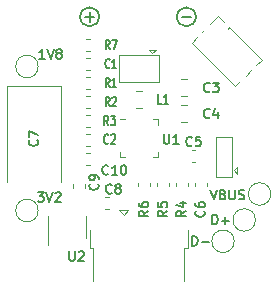
<source format=gbr>
G04 #@! TF.GenerationSoftware,KiCad,Pcbnew,(5.1.5-0)*
G04 #@! TF.CreationDate,2020-02-20T09:13:15+02:00*
G04 #@! TF.ProjectId,slice-harvester,736c6963-652d-4686-9172-766573746572,0.9*
G04 #@! TF.SameCoordinates,PX8f0d180PY5f5e100*
G04 #@! TF.FileFunction,Legend,Top*
G04 #@! TF.FilePolarity,Positive*
%FSLAX46Y46*%
G04 Gerber Fmt 4.6, Leading zero omitted, Abs format (unit mm)*
G04 Created by KiCad (PCBNEW (5.1.5-0)) date 2020-02-20 09:13:15*
%MOMM*%
%LPD*%
G04 APERTURE LIST*
%ADD10C,0.200000*%
%ADD11C,0.150000*%
%ADD12C,0.120000*%
G04 APERTURE END LIST*
D10*
X4495238Y-9061904D02*
X4495238Y-8261904D01*
X4685714Y-8261904D01*
X4800000Y-8300000D01*
X4876190Y-8376190D01*
X4914285Y-8452380D01*
X4952380Y-8604761D01*
X4952380Y-8719047D01*
X4914285Y-8871428D01*
X4876190Y-8947619D01*
X4800000Y-9023809D01*
X4685714Y-9061904D01*
X4495238Y-9061904D01*
X5295238Y-8757142D02*
X5904761Y-8757142D01*
X6195238Y-7261904D02*
X6195238Y-6461904D01*
X6385714Y-6461904D01*
X6500000Y-6500000D01*
X6576190Y-6576190D01*
X6614285Y-6652380D01*
X6652380Y-6804761D01*
X6652380Y-6919047D01*
X6614285Y-7071428D01*
X6576190Y-7147619D01*
X6500000Y-7223809D01*
X6385714Y-7261904D01*
X6195238Y-7261904D01*
X6995238Y-6957142D02*
X7604761Y-6957142D01*
X7300000Y-7261904D02*
X7300000Y-6652380D01*
X6033333Y-4361904D02*
X6300000Y-5161904D01*
X6566666Y-4361904D01*
X7100000Y-4742857D02*
X7214285Y-4780952D01*
X7252380Y-4819047D01*
X7290476Y-4895238D01*
X7290476Y-5009523D01*
X7252380Y-5085714D01*
X7214285Y-5123809D01*
X7138095Y-5161904D01*
X6833333Y-5161904D01*
X6833333Y-4361904D01*
X7100000Y-4361904D01*
X7176190Y-4400000D01*
X7214285Y-4438095D01*
X7252380Y-4514285D01*
X7252380Y-4590476D01*
X7214285Y-4666666D01*
X7176190Y-4704761D01*
X7100000Y-4742857D01*
X6833333Y-4742857D01*
X7633333Y-4361904D02*
X7633333Y-5009523D01*
X7671428Y-5085714D01*
X7709523Y-5123809D01*
X7785714Y-5161904D01*
X7938095Y-5161904D01*
X8014285Y-5123809D01*
X8052380Y-5085714D01*
X8090476Y-5009523D01*
X8090476Y-4361904D01*
X8433333Y-5123809D02*
X8547619Y-5161904D01*
X8738095Y-5161904D01*
X8814285Y-5123809D01*
X8852380Y-5085714D01*
X8890476Y-5009523D01*
X8890476Y-4933333D01*
X8852380Y-4857142D01*
X8814285Y-4819047D01*
X8738095Y-4780952D01*
X8585714Y-4742857D01*
X8509523Y-4704761D01*
X8471428Y-4666666D01*
X8433333Y-4590476D01*
X8433333Y-4514285D01*
X8471428Y-4438095D01*
X8509523Y-4400000D01*
X8585714Y-4361904D01*
X8776190Y-4361904D01*
X8890476Y-4400000D01*
D11*
X4400000Y10300000D02*
X3600000Y10300000D01*
X4800000Y10300000D02*
G75*
G03X4800000Y10300000I-800000J0D01*
G01*
X-4200000Y10700000D02*
X-4200000Y9900000D01*
X-3800000Y10300000D02*
X-4600000Y10300000D01*
X-3400000Y10300000D02*
G75*
G03X-3400000Y10300000I-800000J0D01*
G01*
D10*
X-7995239Y6738096D02*
X-8452381Y6738096D01*
X-8223810Y6738096D02*
X-8223810Y7538096D01*
X-8300000Y7423810D01*
X-8376191Y7347620D01*
X-8452381Y7309524D01*
X-7766667Y7538096D02*
X-7500000Y6738096D01*
X-7233334Y7538096D01*
X-6852381Y7195239D02*
X-6928572Y7233334D01*
X-6966667Y7271429D01*
X-7004762Y7347620D01*
X-7004762Y7385715D01*
X-6966667Y7461905D01*
X-6928572Y7500000D01*
X-6852381Y7538096D01*
X-6700000Y7538096D01*
X-6623810Y7500000D01*
X-6585715Y7461905D01*
X-6547620Y7385715D01*
X-6547620Y7347620D01*
X-6585715Y7271429D01*
X-6623810Y7233334D01*
X-6700000Y7195239D01*
X-6852381Y7195239D01*
X-6928572Y7157143D01*
X-6966667Y7119048D01*
X-7004762Y7042858D01*
X-7004762Y6890477D01*
X-6966667Y6814286D01*
X-6928572Y6776191D01*
X-6852381Y6738096D01*
X-6700000Y6738096D01*
X-6623810Y6776191D01*
X-6585715Y6814286D01*
X-6547620Y6890477D01*
X-6547620Y7042858D01*
X-6585715Y7119048D01*
X-6623810Y7157143D01*
X-6700000Y7195239D01*
X-8590477Y-4561904D02*
X-8095239Y-4561904D01*
X-8361905Y-4866666D01*
X-8247620Y-4866666D01*
X-8171429Y-4904761D01*
X-8133334Y-4942857D01*
X-8095239Y-5019047D01*
X-8095239Y-5209523D01*
X-8133334Y-5285714D01*
X-8171429Y-5323809D01*
X-8247620Y-5361904D01*
X-8476191Y-5361904D01*
X-8552381Y-5323809D01*
X-8590477Y-5285714D01*
X-7866667Y-4561904D02*
X-7600000Y-5361904D01*
X-7333334Y-4561904D01*
X-7104762Y-4638095D02*
X-7066667Y-4600000D01*
X-6990477Y-4561904D01*
X-6800000Y-4561904D01*
X-6723810Y-4600000D01*
X-6685715Y-4638095D01*
X-6647620Y-4714285D01*
X-6647620Y-4790476D01*
X-6685715Y-4904761D01*
X-7142858Y-5361904D01*
X-6647620Y-5361904D01*
D12*
X1160000Y1610000D02*
X1610000Y1610000D01*
X1610000Y1610000D02*
X1610000Y1160000D01*
X-1160000Y-1610000D02*
X-1610000Y-1610000D01*
X-1610000Y-1610000D02*
X-1610000Y-1160000D01*
X1160000Y-1610000D02*
X1610000Y-1610000D01*
X1610000Y-1610000D02*
X1610000Y-1160000D01*
X-1160000Y1610000D02*
X-1610000Y1610000D01*
X-4137221Y6810000D02*
X-4462779Y6810000D01*
X-4137221Y5790000D02*
X-4462779Y5790000D01*
X-4137221Y-610000D02*
X-4462779Y-610000D01*
X-4137221Y410000D02*
X-4462779Y410000D01*
X4058578Y5010000D02*
X3541422Y5010000D01*
X4058578Y3590000D02*
X3541422Y3590000D01*
X4058578Y1390000D02*
X3541422Y1390000D01*
X4058578Y2810000D02*
X3541422Y2810000D01*
X4437221Y-2010000D02*
X4762779Y-2010000D01*
X4437221Y-990000D02*
X4762779Y-990000D01*
X4690000Y-4062779D02*
X4690000Y-3737221D01*
X5710000Y-4062779D02*
X5710000Y-3737221D01*
X-4137221Y5210000D02*
X-4462779Y5210000D01*
X-4137221Y4190000D02*
X-4462779Y4190000D01*
X-4462779Y3610000D02*
X-4137221Y3610000D01*
X-4462779Y2590000D02*
X-4137221Y2590000D01*
X-4149721Y2010000D02*
X-4475279Y2010000D01*
X-4149721Y990000D02*
X-4475279Y990000D01*
X3090000Y-4062779D02*
X3090000Y-3737221D01*
X4110000Y-4062779D02*
X4110000Y-3737221D01*
X2510000Y-4062779D02*
X2510000Y-3737221D01*
X1490000Y-4062779D02*
X1490000Y-3737221D01*
X910000Y-3737221D02*
X910000Y-4062779D01*
X-110000Y-3737221D02*
X-110000Y-4062779D01*
X-4137221Y7390000D02*
X-4462779Y7390000D01*
X-4137221Y8410000D02*
X-4462779Y8410000D01*
X4444166Y8114050D02*
X4898461Y8568345D01*
X5333374Y9003258D02*
X5476542Y9146426D01*
X4444166Y8114050D02*
X8121121Y4437095D01*
X9908355Y6224328D02*
X10362649Y6678623D01*
X8121121Y4437095D02*
X8575416Y4891390D01*
X9010329Y5326303D02*
X9473442Y5789415D01*
X7626146Y9415127D02*
X10362649Y6678623D01*
X7491796Y9280776D02*
X7626146Y9415127D01*
X6639732Y10401541D02*
X7177133Y9864139D01*
X5967981Y9729789D02*
X6639732Y10401541D01*
X-2862779Y-4990000D02*
X-2537221Y-4990000D01*
X-2862779Y-6010000D02*
X-2537221Y-6010000D01*
X-4590000Y-4162779D02*
X-4590000Y-3837221D01*
X-5610000Y-4162779D02*
X-5610000Y-3837221D01*
X-258578Y4010000D02*
X258578Y4010000D01*
X-258578Y2590000D02*
X258578Y2590000D01*
X-4490000Y-8400000D02*
X-4490000Y-6600000D01*
X-7710000Y-6600000D02*
X-7710000Y-9050000D01*
X-4175000Y-9300000D02*
X-4175000Y-7750000D01*
X-4175000Y-9300000D02*
X-3875000Y-9300000D01*
X-3875000Y-12100000D02*
X-3875000Y-9300000D01*
X4125000Y-9300000D02*
X4125000Y-7750000D01*
X3825000Y-9300000D02*
X4125000Y-9300000D01*
X3825000Y-12100000D02*
X3825000Y-9300000D01*
X-925000Y-6050000D02*
X-1325000Y-6500000D01*
X-1725000Y-6050000D02*
X-925000Y-6050000D01*
X-1325000Y-6500000D02*
X-1725000Y-6050000D01*
X-6640000Y-3650000D02*
X-6640000Y4410000D01*
X-6640000Y4410000D02*
X-11160000Y4410000D01*
X-11160000Y4410000D02*
X-11160000Y-3650000D01*
X-8550000Y6100000D02*
G75*
G03X-8550000Y6100000I-950000J0D01*
G01*
X-8550000Y-6100000D02*
G75*
G03X-8550000Y-6100000I-950000J0D01*
G01*
X11150000Y-4700000D02*
G75*
G03X11150000Y-4700000I-950000J0D01*
G01*
X9850000Y-6900000D02*
G75*
G03X9850000Y-6900000I-950000J0D01*
G01*
X8050000Y-8700000D02*
G75*
G03X8050000Y-8700000I-950000J0D01*
G01*
X1100000Y7200000D02*
X800000Y7500000D01*
X1400000Y7500000D02*
X800000Y7500000D01*
X1100000Y7200000D02*
X1400000Y7500000D01*
X1700000Y7050000D02*
X1700000Y4750000D01*
X-1700000Y7050000D02*
X1700000Y7050000D01*
X-1700000Y4750000D02*
X-1700000Y7050000D01*
X1700000Y4750000D02*
X-1700000Y4750000D01*
X8000000Y-2700000D02*
X8300000Y-2400000D01*
X8300000Y-3000000D02*
X8300000Y-2400000D01*
X8000000Y-2700000D02*
X8300000Y-3000000D01*
X7900000Y-3300000D02*
X6500000Y-3300000D01*
X7900000Y100000D02*
X7900000Y-3300000D01*
X6500000Y100000D02*
X7900000Y100000D01*
X6500000Y-3300000D02*
X6500000Y100000D01*
X-4462779Y-1190000D02*
X-4137221Y-1190000D01*
X-4462779Y-2210000D02*
X-4137221Y-2210000D01*
D11*
X2090476Y338096D02*
X2090476Y-309523D01*
X2128571Y-385714D01*
X2166666Y-423809D01*
X2242857Y-461904D01*
X2395238Y-461904D01*
X2471428Y-423809D01*
X2509523Y-385714D01*
X2547619Y-309523D01*
X2547619Y338096D01*
X3347619Y-461904D02*
X2890476Y-461904D01*
X3119047Y-461904D02*
X3119047Y338096D01*
X3042857Y223810D01*
X2966666Y147620D01*
X2890476Y109524D01*
X-2500000Y6014286D02*
X-2528572Y5976191D01*
X-2614286Y5938096D01*
X-2671429Y5938096D01*
X-2757143Y5976191D01*
X-2814286Y6052381D01*
X-2842858Y6128572D01*
X-2871429Y6280953D01*
X-2871429Y6395239D01*
X-2842858Y6547620D01*
X-2814286Y6623810D01*
X-2757143Y6700000D01*
X-2671429Y6738096D01*
X-2614286Y6738096D01*
X-2528572Y6700000D01*
X-2500000Y6661905D01*
X-1928572Y5938096D02*
X-2271429Y5938096D01*
X-2100000Y5938096D02*
X-2100000Y6738096D01*
X-2157143Y6623810D01*
X-2214286Y6547620D01*
X-2271429Y6509524D01*
X-2600000Y-385714D02*
X-2628572Y-423809D01*
X-2714286Y-461904D01*
X-2771429Y-461904D01*
X-2857143Y-423809D01*
X-2914286Y-347619D01*
X-2942858Y-271428D01*
X-2971429Y-119047D01*
X-2971429Y-4761D01*
X-2942858Y147620D01*
X-2914286Y223810D01*
X-2857143Y300000D01*
X-2771429Y338096D01*
X-2714286Y338096D01*
X-2628572Y300000D01*
X-2600000Y261905D01*
X-2371429Y261905D02*
X-2342858Y300000D01*
X-2285715Y338096D01*
X-2142858Y338096D01*
X-2085715Y300000D01*
X-2057143Y261905D01*
X-2028572Y185715D01*
X-2028572Y109524D01*
X-2057143Y-4761D01*
X-2400000Y-461904D01*
X-2028572Y-461904D01*
X5966666Y4014286D02*
X5928571Y3976191D01*
X5814285Y3938096D01*
X5738095Y3938096D01*
X5623809Y3976191D01*
X5547619Y4052381D01*
X5509523Y4128572D01*
X5471428Y4280953D01*
X5471428Y4395239D01*
X5509523Y4547620D01*
X5547619Y4623810D01*
X5623809Y4700000D01*
X5738095Y4738096D01*
X5814285Y4738096D01*
X5928571Y4700000D01*
X5966666Y4661905D01*
X6233333Y4738096D02*
X6728571Y4738096D01*
X6461904Y4433334D01*
X6576190Y4433334D01*
X6652380Y4395239D01*
X6690476Y4357143D01*
X6728571Y4280953D01*
X6728571Y4090477D01*
X6690476Y4014286D01*
X6652380Y3976191D01*
X6576190Y3938096D01*
X6347619Y3938096D01*
X6271428Y3976191D01*
X6233333Y4014286D01*
X5966666Y1814286D02*
X5928571Y1776191D01*
X5814285Y1738096D01*
X5738095Y1738096D01*
X5623809Y1776191D01*
X5547619Y1852381D01*
X5509523Y1928572D01*
X5471428Y2080953D01*
X5471428Y2195239D01*
X5509523Y2347620D01*
X5547619Y2423810D01*
X5623809Y2500000D01*
X5738095Y2538096D01*
X5814285Y2538096D01*
X5928571Y2500000D01*
X5966666Y2461905D01*
X6652380Y2271429D02*
X6652380Y1738096D01*
X6461904Y2576191D02*
X6271428Y2004762D01*
X6766666Y2004762D01*
X4466666Y-585714D02*
X4428571Y-623809D01*
X4314285Y-661904D01*
X4238095Y-661904D01*
X4123809Y-623809D01*
X4047619Y-547619D01*
X4009523Y-471428D01*
X3971428Y-319047D01*
X3971428Y-204761D01*
X4009523Y-52380D01*
X4047619Y23810D01*
X4123809Y100000D01*
X4238095Y138096D01*
X4314285Y138096D01*
X4428571Y100000D01*
X4466666Y61905D01*
X5190476Y138096D02*
X4809523Y138096D01*
X4771428Y-242857D01*
X4809523Y-204761D01*
X4885714Y-166666D01*
X5076190Y-166666D01*
X5152380Y-204761D01*
X5190476Y-242857D01*
X5228571Y-319047D01*
X5228571Y-509523D01*
X5190476Y-585714D01*
X5152380Y-623809D01*
X5076190Y-661904D01*
X4885714Y-661904D01*
X4809523Y-623809D01*
X4771428Y-585714D01*
X5485714Y-6133333D02*
X5523809Y-6171428D01*
X5561904Y-6285714D01*
X5561904Y-6361904D01*
X5523809Y-6476190D01*
X5447619Y-6552380D01*
X5371428Y-6590476D01*
X5219047Y-6628571D01*
X5104761Y-6628571D01*
X4952380Y-6590476D01*
X4876190Y-6552380D01*
X4800000Y-6476190D01*
X4761904Y-6361904D01*
X4761904Y-6285714D01*
X4800000Y-6171428D01*
X4838095Y-6133333D01*
X4761904Y-5447619D02*
X4761904Y-5600000D01*
X4800000Y-5676190D01*
X4838095Y-5714285D01*
X4952380Y-5790476D01*
X5104761Y-5828571D01*
X5409523Y-5828571D01*
X5485714Y-5790476D01*
X5523809Y-5752380D01*
X5561904Y-5676190D01*
X5561904Y-5523809D01*
X5523809Y-5447619D01*
X5485714Y-5409523D01*
X5409523Y-5371428D01*
X5219047Y-5371428D01*
X5142857Y-5409523D01*
X5104761Y-5447619D01*
X5066666Y-5523809D01*
X5066666Y-5676190D01*
X5104761Y-5752380D01*
X5142857Y-5790476D01*
X5219047Y-5828571D01*
X-2500000Y4338096D02*
X-2700000Y4719048D01*
X-2842858Y4338096D02*
X-2842858Y5138096D01*
X-2614286Y5138096D01*
X-2557143Y5100000D01*
X-2528572Y5061905D01*
X-2500000Y4985715D01*
X-2500000Y4871429D01*
X-2528572Y4795239D01*
X-2557143Y4757143D01*
X-2614286Y4719048D01*
X-2842858Y4719048D01*
X-1928572Y4338096D02*
X-2271429Y4338096D01*
X-2100000Y4338096D02*
X-2100000Y5138096D01*
X-2157143Y5023810D01*
X-2214286Y4947620D01*
X-2271429Y4909524D01*
X-2500000Y2738096D02*
X-2700000Y3119048D01*
X-2842858Y2738096D02*
X-2842858Y3538096D01*
X-2614286Y3538096D01*
X-2557143Y3500000D01*
X-2528572Y3461905D01*
X-2500000Y3385715D01*
X-2500000Y3271429D01*
X-2528572Y3195239D01*
X-2557143Y3157143D01*
X-2614286Y3119048D01*
X-2842858Y3119048D01*
X-2271429Y3461905D02*
X-2242858Y3500000D01*
X-2185715Y3538096D01*
X-2042858Y3538096D01*
X-1985715Y3500000D01*
X-1957143Y3461905D01*
X-1928572Y3385715D01*
X-1928572Y3309524D01*
X-1957143Y3195239D01*
X-2300000Y2738096D01*
X-1928572Y2738096D01*
X-2600000Y1138096D02*
X-2800000Y1519048D01*
X-2942858Y1138096D02*
X-2942858Y1938096D01*
X-2714286Y1938096D01*
X-2657143Y1900000D01*
X-2628572Y1861905D01*
X-2600000Y1785715D01*
X-2600000Y1671429D01*
X-2628572Y1595239D01*
X-2657143Y1557143D01*
X-2714286Y1519048D01*
X-2942858Y1519048D01*
X-2400000Y1938096D02*
X-2028572Y1938096D01*
X-2228572Y1633334D01*
X-2142858Y1633334D01*
X-2085715Y1595239D01*
X-2057143Y1557143D01*
X-2028572Y1480953D01*
X-2028572Y1290477D01*
X-2057143Y1214286D01*
X-2085715Y1176191D01*
X-2142858Y1138096D01*
X-2314286Y1138096D01*
X-2371429Y1176191D01*
X-2400000Y1214286D01*
X3961904Y-6133333D02*
X3580952Y-6400000D01*
X3961904Y-6590476D02*
X3161904Y-6590476D01*
X3161904Y-6285714D01*
X3200000Y-6209523D01*
X3238095Y-6171428D01*
X3314285Y-6133333D01*
X3428571Y-6133333D01*
X3504761Y-6171428D01*
X3542857Y-6209523D01*
X3580952Y-6285714D01*
X3580952Y-6590476D01*
X3428571Y-5447619D02*
X3961904Y-5447619D01*
X3123809Y-5638095D02*
X3695238Y-5828571D01*
X3695238Y-5333333D01*
X2361904Y-6133333D02*
X1980952Y-6400000D01*
X2361904Y-6590476D02*
X1561904Y-6590476D01*
X1561904Y-6285714D01*
X1600000Y-6209523D01*
X1638095Y-6171428D01*
X1714285Y-6133333D01*
X1828571Y-6133333D01*
X1904761Y-6171428D01*
X1942857Y-6209523D01*
X1980952Y-6285714D01*
X1980952Y-6590476D01*
X1561904Y-5409523D02*
X1561904Y-5790476D01*
X1942857Y-5828571D01*
X1904761Y-5790476D01*
X1866666Y-5714285D01*
X1866666Y-5523809D01*
X1904761Y-5447619D01*
X1942857Y-5409523D01*
X2019047Y-5371428D01*
X2209523Y-5371428D01*
X2285714Y-5409523D01*
X2323809Y-5447619D01*
X2361904Y-5523809D01*
X2361904Y-5714285D01*
X2323809Y-5790476D01*
X2285714Y-5828571D01*
X761904Y-6133333D02*
X380952Y-6400000D01*
X761904Y-6590476D02*
X-38096Y-6590476D01*
X-38096Y-6285714D01*
X0Y-6209523D01*
X38095Y-6171428D01*
X114285Y-6133333D01*
X228571Y-6133333D01*
X304761Y-6171428D01*
X342857Y-6209523D01*
X380952Y-6285714D01*
X380952Y-6590476D01*
X-38096Y-5447619D02*
X-38096Y-5600000D01*
X0Y-5676190D01*
X38095Y-5714285D01*
X152380Y-5790476D01*
X304761Y-5828571D01*
X609523Y-5828571D01*
X685714Y-5790476D01*
X723809Y-5752380D01*
X761904Y-5676190D01*
X761904Y-5523809D01*
X723809Y-5447619D01*
X685714Y-5409523D01*
X609523Y-5371428D01*
X419047Y-5371428D01*
X342857Y-5409523D01*
X304761Y-5447619D01*
X266666Y-5523809D01*
X266666Y-5676190D01*
X304761Y-5752380D01*
X342857Y-5790476D01*
X419047Y-5828571D01*
X-2500000Y7538096D02*
X-2700000Y7919048D01*
X-2842858Y7538096D02*
X-2842858Y8338096D01*
X-2614286Y8338096D01*
X-2557143Y8300000D01*
X-2528572Y8261905D01*
X-2500000Y8185715D01*
X-2500000Y8071429D01*
X-2528572Y7995239D01*
X-2557143Y7957143D01*
X-2614286Y7919048D01*
X-2842858Y7919048D01*
X-2300000Y8338096D02*
X-1900000Y8338096D01*
X-2157143Y7538096D01*
X-2333334Y-4585714D02*
X-2371429Y-4623809D01*
X-2485715Y-4661904D01*
X-2561905Y-4661904D01*
X-2676191Y-4623809D01*
X-2752381Y-4547619D01*
X-2790477Y-4471428D01*
X-2828572Y-4319047D01*
X-2828572Y-4204761D01*
X-2790477Y-4052380D01*
X-2752381Y-3976190D01*
X-2676191Y-3900000D01*
X-2561905Y-3861904D01*
X-2485715Y-3861904D01*
X-2371429Y-3900000D01*
X-2333334Y-3938095D01*
X-1876191Y-4204761D02*
X-1952381Y-4166666D01*
X-1990477Y-4128571D01*
X-2028572Y-4052380D01*
X-2028572Y-4014285D01*
X-1990477Y-3938095D01*
X-1952381Y-3900000D01*
X-1876191Y-3861904D01*
X-1723810Y-3861904D01*
X-1647620Y-3900000D01*
X-1609524Y-3938095D01*
X-1571429Y-4014285D01*
X-1571429Y-4052380D01*
X-1609524Y-4128571D01*
X-1647620Y-4166666D01*
X-1723810Y-4204761D01*
X-1876191Y-4204761D01*
X-1952381Y-4242857D01*
X-1990477Y-4280952D01*
X-2028572Y-4357142D01*
X-2028572Y-4509523D01*
X-1990477Y-4585714D01*
X-1952381Y-4623809D01*
X-1876191Y-4661904D01*
X-1723810Y-4661904D01*
X-1647620Y-4623809D01*
X-1609524Y-4585714D01*
X-1571429Y-4509523D01*
X-1571429Y-4357142D01*
X-1609524Y-4280952D01*
X-1647620Y-4242857D01*
X-1723810Y-4204761D01*
X-3514286Y-3833333D02*
X-3476191Y-3871428D01*
X-3438096Y-3985714D01*
X-3438096Y-4061904D01*
X-3476191Y-4176190D01*
X-3552381Y-4252380D01*
X-3628572Y-4290476D01*
X-3780953Y-4328571D01*
X-3895239Y-4328571D01*
X-4047620Y-4290476D01*
X-4123810Y-4252380D01*
X-4200000Y-4176190D01*
X-4238096Y-4061904D01*
X-4238096Y-3985714D01*
X-4200000Y-3871428D01*
X-4161905Y-3833333D01*
X-3438096Y-3452380D02*
X-3438096Y-3300000D01*
X-3476191Y-3223809D01*
X-3514286Y-3185714D01*
X-3628572Y-3109523D01*
X-3780953Y-3071428D01*
X-4085715Y-3071428D01*
X-4161905Y-3109523D01*
X-4200000Y-3147619D01*
X-4238096Y-3223809D01*
X-4238096Y-3376190D01*
X-4200000Y-3452380D01*
X-4161905Y-3490476D01*
X-4085715Y-3528571D01*
X-3895239Y-3528571D01*
X-3819048Y-3490476D01*
X-3780953Y-3452380D01*
X-3742858Y-3376190D01*
X-3742858Y-3223809D01*
X-3780953Y-3147619D01*
X-3819048Y-3109523D01*
X-3895239Y-3071428D01*
X1900000Y2938096D02*
X1614285Y2938096D01*
X1614285Y3738096D01*
X2414285Y2938096D02*
X2071428Y2938096D01*
X2242857Y2938096D02*
X2242857Y3738096D01*
X2185714Y3623810D01*
X2128571Y3547620D01*
X2071428Y3509524D01*
X-5909524Y-9561904D02*
X-5909524Y-10209523D01*
X-5871429Y-10285714D01*
X-5833334Y-10323809D01*
X-5757143Y-10361904D01*
X-5604762Y-10361904D01*
X-5528572Y-10323809D01*
X-5490477Y-10285714D01*
X-5452381Y-10209523D01*
X-5452381Y-9561904D01*
X-5109524Y-9638095D02*
X-5071429Y-9600000D01*
X-4995239Y-9561904D01*
X-4804762Y-9561904D01*
X-4728572Y-9600000D01*
X-4690477Y-9638095D01*
X-4652381Y-9714285D01*
X-4652381Y-9790476D01*
X-4690477Y-9904761D01*
X-5147620Y-10361904D01*
X-4652381Y-10361904D01*
X-8614286Y-133333D02*
X-8576191Y-171428D01*
X-8538096Y-285714D01*
X-8538096Y-361904D01*
X-8576191Y-476190D01*
X-8652381Y-552380D01*
X-8728572Y-590476D01*
X-8880953Y-628571D01*
X-8995239Y-628571D01*
X-9147620Y-590476D01*
X-9223810Y-552380D01*
X-9300000Y-476190D01*
X-9338096Y-361904D01*
X-9338096Y-285714D01*
X-9300000Y-171428D01*
X-9261905Y-133333D01*
X-9338096Y133334D02*
X-9338096Y666667D01*
X-8538096Y323810D01*
X-2614286Y-2985714D02*
X-2652381Y-3023809D01*
X-2766667Y-3061904D01*
X-2842858Y-3061904D01*
X-2957143Y-3023809D01*
X-3033334Y-2947619D01*
X-3071429Y-2871428D01*
X-3109524Y-2719047D01*
X-3109524Y-2604761D01*
X-3071429Y-2452380D01*
X-3033334Y-2376190D01*
X-2957143Y-2300000D01*
X-2842858Y-2261904D01*
X-2766667Y-2261904D01*
X-2652381Y-2300000D01*
X-2614286Y-2338095D01*
X-1852381Y-3061904D02*
X-2309524Y-3061904D01*
X-2080953Y-3061904D02*
X-2080953Y-2261904D01*
X-2157143Y-2376190D01*
X-2233334Y-2452380D01*
X-2309524Y-2490476D01*
X-1357143Y-2261904D02*
X-1280953Y-2261904D01*
X-1204762Y-2300000D01*
X-1166667Y-2338095D01*
X-1128572Y-2414285D01*
X-1090477Y-2566666D01*
X-1090477Y-2757142D01*
X-1128572Y-2909523D01*
X-1166667Y-2985714D01*
X-1204762Y-3023809D01*
X-1280953Y-3061904D01*
X-1357143Y-3061904D01*
X-1433334Y-3023809D01*
X-1471429Y-2985714D01*
X-1509524Y-2909523D01*
X-1547620Y-2757142D01*
X-1547620Y-2566666D01*
X-1509524Y-2414285D01*
X-1471429Y-2338095D01*
X-1433334Y-2300000D01*
X-1357143Y-2261904D01*
M02*

</source>
